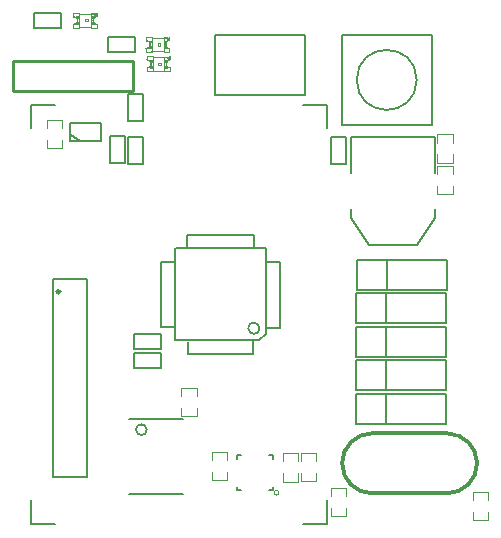
<source format=gto>
G04 (created by PCBNEW (2013-07-07 BZR 4022)-stable) date 9/19/2015 9:10:54 AM*
%MOIN*%
G04 Gerber Fmt 3.4, Leading zero omitted, Abs format*
%FSLAX34Y34*%
G01*
G70*
G90*
G04 APERTURE LIST*
%ADD10C,0.00590551*%
%ADD11C,0.006*%
%ADD12C,0.005*%
%ADD13C,0.008*%
%ADD14C,0.0047*%
%ADD15C,4.72441e-006*%
%ADD16C,0.01*%
%ADD17C,0.0026*%
%ADD18C,0.004*%
%ADD19C,0.002*%
%ADD20C,0.0125*%
%ADD21C,0.012*%
%ADD22C,0.0019685*%
%ADD23C,0.0045*%
%ADD24C,0.003*%
G04 APERTURE END LIST*
G54D10*
G54D11*
X47853Y-40564D02*
X46055Y-40564D01*
X46055Y-38072D02*
X47853Y-38072D01*
X46654Y-38422D02*
G75*
G03X46654Y-38422I-180J0D01*
G74*
G01*
X47124Y-32827D02*
X47574Y-32827D01*
X47124Y-35007D02*
X47564Y-35007D01*
X47124Y-32827D02*
X47124Y-35007D01*
X48004Y-32357D02*
X48004Y-31927D01*
X50214Y-32347D02*
X50214Y-31927D01*
X50224Y-31927D02*
X48004Y-31917D01*
X50204Y-35897D02*
X48034Y-35907D01*
X50634Y-35207D02*
X50634Y-32377D01*
X48024Y-35897D02*
X48024Y-35487D01*
X50384Y-35447D02*
X47604Y-35447D01*
X47584Y-32367D02*
X47584Y-35407D01*
X50634Y-32367D02*
X47634Y-32367D01*
X51084Y-35037D02*
X51084Y-32817D01*
X51084Y-32817D02*
X50634Y-32817D01*
X50630Y-35217D02*
X50400Y-35447D01*
X51082Y-35037D02*
X50630Y-35037D01*
X50204Y-35447D02*
X50204Y-35899D01*
X50411Y-35043D02*
G75*
G03X50411Y-35043I-188J0D01*
G74*
G01*
G54D12*
X55651Y-26763D02*
G75*
G03X55651Y-26763I-1000J0D01*
G74*
G01*
X56151Y-28263D02*
X53151Y-28263D01*
X53151Y-28263D02*
X53151Y-25263D01*
X53151Y-25263D02*
X56151Y-25263D01*
X56151Y-28263D02*
X56151Y-25263D01*
G54D13*
X56272Y-29856D02*
X56272Y-28656D01*
X56272Y-28656D02*
X53472Y-28656D01*
X53472Y-28656D02*
X53472Y-29856D01*
X56272Y-31056D02*
X56272Y-31356D01*
X56272Y-31356D02*
X55672Y-32256D01*
X55672Y-32256D02*
X54072Y-32256D01*
X54072Y-32256D02*
X53472Y-31356D01*
X53472Y-31356D02*
X53472Y-31056D01*
G54D14*
X57521Y-41167D02*
X57521Y-41442D01*
X57521Y-40773D02*
X57521Y-40498D01*
X58033Y-41167D02*
X58033Y-41442D01*
X58033Y-40498D02*
X58033Y-40773D01*
X58027Y-41442D02*
X57527Y-41442D01*
X57527Y-40498D02*
X58027Y-40498D01*
X52797Y-41041D02*
X52797Y-41316D01*
X52797Y-40647D02*
X52797Y-40372D01*
X53309Y-41041D02*
X53309Y-41316D01*
X53309Y-40372D02*
X53309Y-40647D01*
X53303Y-41316D02*
X52803Y-41316D01*
X52803Y-40372D02*
X53303Y-40372D01*
X52301Y-39479D02*
X52301Y-39204D01*
X52301Y-39873D02*
X52301Y-40148D01*
X51789Y-39479D02*
X51789Y-39204D01*
X51789Y-40148D02*
X51789Y-39873D01*
X51795Y-39204D02*
X52295Y-39204D01*
X52295Y-40148D02*
X51795Y-40148D01*
X51694Y-39483D02*
X51694Y-39208D01*
X51694Y-39877D02*
X51694Y-40152D01*
X51182Y-39483D02*
X51182Y-39208D01*
X51182Y-40152D02*
X51182Y-39877D01*
X51188Y-39208D02*
X51688Y-39208D01*
X51688Y-40152D02*
X51188Y-40152D01*
X47808Y-37700D02*
X47808Y-37975D01*
X47808Y-37306D02*
X47808Y-37031D01*
X48320Y-37700D02*
X48320Y-37975D01*
X48320Y-37031D02*
X48320Y-37306D01*
X48314Y-37975D02*
X47814Y-37975D01*
X47814Y-37031D02*
X48314Y-37031D01*
X49336Y-39432D02*
X49336Y-39157D01*
X49336Y-39826D02*
X49336Y-40101D01*
X48824Y-39432D02*
X48824Y-39157D01*
X48824Y-40101D02*
X48824Y-39826D01*
X48830Y-39157D02*
X49330Y-39157D01*
X49330Y-40101D02*
X48830Y-40101D01*
X43332Y-28771D02*
X43332Y-29046D01*
X43332Y-28377D02*
X43332Y-28102D01*
X43844Y-28771D02*
X43844Y-29046D01*
X43844Y-28102D02*
X43844Y-28377D01*
X43838Y-29046D02*
X43338Y-29046D01*
X43338Y-28102D02*
X43838Y-28102D01*
X56340Y-30306D02*
X56340Y-30581D01*
X56340Y-29912D02*
X56340Y-29637D01*
X56852Y-30306D02*
X56852Y-30581D01*
X56852Y-29637D02*
X56852Y-29912D01*
X56846Y-30581D02*
X56346Y-30581D01*
X56346Y-29637D02*
X56846Y-29637D01*
X56340Y-29248D02*
X56340Y-29523D01*
X56340Y-28854D02*
X56340Y-28579D01*
X56852Y-29248D02*
X56852Y-29523D01*
X56852Y-28579D02*
X56852Y-28854D01*
X56846Y-29523D02*
X56346Y-29523D01*
X56346Y-28579D02*
X56846Y-28579D01*
G54D12*
X46523Y-27250D02*
X46523Y-28150D01*
X46523Y-28150D02*
X46023Y-28150D01*
X46023Y-28150D02*
X46023Y-27250D01*
X46023Y-27250D02*
X46523Y-27250D01*
X46223Y-35250D02*
X47123Y-35250D01*
X47123Y-35250D02*
X47123Y-35750D01*
X47123Y-35750D02*
X46223Y-35750D01*
X46223Y-35750D02*
X46223Y-35250D01*
X47141Y-36357D02*
X46241Y-36357D01*
X46241Y-36357D02*
X46241Y-35857D01*
X46241Y-35857D02*
X47141Y-35857D01*
X47141Y-35857D02*
X47141Y-36357D01*
X46515Y-28652D02*
X46515Y-29552D01*
X46515Y-29552D02*
X46015Y-29552D01*
X46015Y-29552D02*
X46015Y-28652D01*
X46015Y-28652D02*
X46515Y-28652D01*
X45925Y-28636D02*
X45925Y-29536D01*
X45925Y-29536D02*
X45425Y-29536D01*
X45425Y-29536D02*
X45425Y-28636D01*
X45425Y-28636D02*
X45925Y-28636D01*
X53303Y-28654D02*
X53303Y-29554D01*
X53303Y-29554D02*
X52803Y-29554D01*
X52803Y-29554D02*
X52803Y-28654D01*
X52803Y-28654D02*
X53303Y-28654D01*
X45355Y-25336D02*
X46255Y-25336D01*
X46255Y-25336D02*
X46255Y-25836D01*
X46255Y-25836D02*
X45355Y-25836D01*
X45355Y-25836D02*
X45355Y-25336D01*
X50860Y-40330D02*
X50860Y-40448D01*
X50860Y-40448D02*
X50742Y-40448D01*
X49797Y-40448D02*
X49679Y-40448D01*
X49797Y-39267D02*
X49679Y-39267D01*
X50860Y-39267D02*
X50742Y-39267D01*
X50860Y-39267D02*
X50860Y-39385D01*
X49679Y-39267D02*
X49679Y-39385D01*
X49679Y-40330D02*
X49679Y-40448D01*
G54D15*
X51057Y-40527D02*
G75*
G03X51057Y-40527I-78J0D01*
G74*
G01*
G54D16*
X42210Y-26129D02*
X46210Y-26129D01*
X42210Y-27129D02*
X46210Y-27129D01*
X46210Y-27129D02*
X46210Y-26129D01*
X42210Y-26129D02*
X42210Y-27129D01*
G54D13*
X51919Y-27267D02*
X48919Y-27267D01*
X48919Y-25267D02*
X51919Y-25267D01*
X51919Y-25267D02*
X51919Y-27267D01*
X48919Y-27267D02*
X48919Y-25267D01*
G54D11*
X53631Y-38235D02*
X53631Y-37235D01*
X53631Y-37235D02*
X56631Y-37235D01*
X56631Y-37235D02*
X56631Y-38235D01*
X56631Y-38235D02*
X53631Y-38235D01*
X54631Y-37235D02*
X54631Y-38235D01*
X53631Y-37102D02*
X53631Y-36102D01*
X53631Y-36102D02*
X56631Y-36102D01*
X56631Y-36102D02*
X56631Y-37102D01*
X56631Y-37102D02*
X53631Y-37102D01*
X54631Y-36102D02*
X54631Y-37102D01*
X53639Y-35987D02*
X53639Y-34987D01*
X53639Y-34987D02*
X56639Y-34987D01*
X56639Y-34987D02*
X56639Y-35987D01*
X56639Y-35987D02*
X53639Y-35987D01*
X54639Y-34987D02*
X54639Y-35987D01*
X53639Y-34873D02*
X53639Y-33873D01*
X53639Y-33873D02*
X56639Y-33873D01*
X56639Y-33873D02*
X56639Y-34873D01*
X56639Y-34873D02*
X53639Y-34873D01*
X54639Y-33873D02*
X54639Y-34873D01*
X53659Y-33763D02*
X53659Y-32763D01*
X53659Y-32763D02*
X56659Y-32763D01*
X56659Y-32763D02*
X56659Y-33763D01*
X56659Y-33763D02*
X53659Y-33763D01*
X54659Y-32763D02*
X54659Y-33763D01*
G54D17*
X47213Y-25696D02*
X47213Y-25824D01*
X47213Y-25824D02*
X47410Y-25824D01*
X47410Y-25696D02*
X47410Y-25824D01*
X47213Y-25696D02*
X47410Y-25696D01*
X47213Y-25451D02*
X47213Y-25510D01*
X47213Y-25510D02*
X47312Y-25510D01*
X47312Y-25451D02*
X47312Y-25510D01*
X47213Y-25451D02*
X47312Y-25451D01*
X47213Y-25646D02*
X47213Y-25705D01*
X47213Y-25705D02*
X47312Y-25705D01*
X47312Y-25646D02*
X47312Y-25705D01*
X47213Y-25646D02*
X47312Y-25646D01*
X47213Y-25500D02*
X47213Y-25656D01*
X47213Y-25656D02*
X47282Y-25656D01*
X47282Y-25500D02*
X47282Y-25656D01*
X47213Y-25500D02*
X47282Y-25500D01*
X46624Y-25696D02*
X46624Y-25824D01*
X46624Y-25824D02*
X46821Y-25824D01*
X46821Y-25696D02*
X46821Y-25824D01*
X46624Y-25696D02*
X46821Y-25696D01*
X46624Y-25332D02*
X46624Y-25460D01*
X46624Y-25460D02*
X46821Y-25460D01*
X46821Y-25332D02*
X46821Y-25460D01*
X46624Y-25332D02*
X46821Y-25332D01*
X46722Y-25646D02*
X46722Y-25705D01*
X46722Y-25705D02*
X46821Y-25705D01*
X46821Y-25646D02*
X46821Y-25705D01*
X46722Y-25646D02*
X46821Y-25646D01*
X46722Y-25451D02*
X46722Y-25510D01*
X46722Y-25510D02*
X46821Y-25510D01*
X46821Y-25451D02*
X46821Y-25510D01*
X46722Y-25451D02*
X46821Y-25451D01*
X46752Y-25500D02*
X46752Y-25656D01*
X46752Y-25656D02*
X46821Y-25656D01*
X46821Y-25500D02*
X46821Y-25656D01*
X46752Y-25500D02*
X46821Y-25500D01*
X47017Y-25539D02*
X47017Y-25617D01*
X47017Y-25617D02*
X47095Y-25617D01*
X47095Y-25539D02*
X47095Y-25617D01*
X47017Y-25539D02*
X47095Y-25539D01*
X47213Y-25342D02*
X47213Y-25460D01*
X47213Y-25460D02*
X47331Y-25460D01*
X47331Y-25342D02*
X47331Y-25460D01*
X47213Y-25342D02*
X47331Y-25342D01*
X47381Y-25332D02*
X47381Y-25421D01*
X47381Y-25421D02*
X47410Y-25421D01*
X47410Y-25332D02*
X47410Y-25421D01*
X47381Y-25332D02*
X47410Y-25332D01*
G54D18*
X47223Y-25804D02*
X46811Y-25804D01*
X46821Y-25352D02*
X47381Y-25352D01*
G54D19*
X47380Y-25401D02*
G75*
G03X47380Y-25401I-28J0D01*
G74*
G01*
G54D18*
X47410Y-25441D02*
G75*
G03X47410Y-25715I0J-137D01*
G74*
G01*
X46624Y-25715D02*
G75*
G03X46624Y-25441I0J137D01*
G74*
G01*
G54D17*
X47241Y-26346D02*
X47241Y-26474D01*
X47241Y-26474D02*
X47438Y-26474D01*
X47438Y-26346D02*
X47438Y-26474D01*
X47241Y-26346D02*
X47438Y-26346D01*
X47241Y-26101D02*
X47241Y-26160D01*
X47241Y-26160D02*
X47340Y-26160D01*
X47340Y-26101D02*
X47340Y-26160D01*
X47241Y-26101D02*
X47340Y-26101D01*
X47241Y-26296D02*
X47241Y-26355D01*
X47241Y-26355D02*
X47340Y-26355D01*
X47340Y-26296D02*
X47340Y-26355D01*
X47241Y-26296D02*
X47340Y-26296D01*
X47241Y-26150D02*
X47241Y-26306D01*
X47241Y-26306D02*
X47310Y-26306D01*
X47310Y-26150D02*
X47310Y-26306D01*
X47241Y-26150D02*
X47310Y-26150D01*
X46652Y-26346D02*
X46652Y-26474D01*
X46652Y-26474D02*
X46849Y-26474D01*
X46849Y-26346D02*
X46849Y-26474D01*
X46652Y-26346D02*
X46849Y-26346D01*
X46652Y-25982D02*
X46652Y-26110D01*
X46652Y-26110D02*
X46849Y-26110D01*
X46849Y-25982D02*
X46849Y-26110D01*
X46652Y-25982D02*
X46849Y-25982D01*
X46750Y-26296D02*
X46750Y-26355D01*
X46750Y-26355D02*
X46849Y-26355D01*
X46849Y-26296D02*
X46849Y-26355D01*
X46750Y-26296D02*
X46849Y-26296D01*
X46750Y-26101D02*
X46750Y-26160D01*
X46750Y-26160D02*
X46849Y-26160D01*
X46849Y-26101D02*
X46849Y-26160D01*
X46750Y-26101D02*
X46849Y-26101D01*
X46780Y-26150D02*
X46780Y-26306D01*
X46780Y-26306D02*
X46849Y-26306D01*
X46849Y-26150D02*
X46849Y-26306D01*
X46780Y-26150D02*
X46849Y-26150D01*
X47045Y-26189D02*
X47045Y-26267D01*
X47045Y-26267D02*
X47123Y-26267D01*
X47123Y-26189D02*
X47123Y-26267D01*
X47045Y-26189D02*
X47123Y-26189D01*
X47241Y-25992D02*
X47241Y-26110D01*
X47241Y-26110D02*
X47359Y-26110D01*
X47359Y-25992D02*
X47359Y-26110D01*
X47241Y-25992D02*
X47359Y-25992D01*
X47409Y-25982D02*
X47409Y-26071D01*
X47409Y-26071D02*
X47438Y-26071D01*
X47438Y-25982D02*
X47438Y-26071D01*
X47409Y-25982D02*
X47438Y-25982D01*
G54D18*
X47251Y-26454D02*
X46839Y-26454D01*
X46849Y-26002D02*
X47409Y-26002D01*
G54D19*
X47407Y-26051D02*
G75*
G03X47407Y-26051I-28J0D01*
G74*
G01*
G54D18*
X47438Y-26091D02*
G75*
G03X47438Y-26365I0J-137D01*
G74*
G01*
X46652Y-26365D02*
G75*
G03X46652Y-26091I0J137D01*
G74*
G01*
G54D20*
X54165Y-40544D02*
X56665Y-40544D01*
X54165Y-38544D02*
X56665Y-38544D01*
X57665Y-39544D02*
G75*
G03X56665Y-38544I-1000J0D01*
G74*
G01*
X56665Y-40544D02*
G75*
G03X57665Y-39544I0J1000D01*
G74*
G01*
X54165Y-38544D02*
G75*
G03X53165Y-39544I0J-1000D01*
G74*
G01*
X53165Y-39544D02*
G75*
G03X54165Y-40544I1000J0D01*
G74*
G01*
G54D13*
X43537Y-40004D02*
X43537Y-33389D01*
X43537Y-33389D02*
X44671Y-33389D01*
X44671Y-33389D02*
X44671Y-40004D01*
X44671Y-40004D02*
X43537Y-40004D01*
X42805Y-27590D02*
X43592Y-27590D01*
X51860Y-27590D02*
X52647Y-27590D01*
X52647Y-27590D02*
X52647Y-28378D01*
X52647Y-40779D02*
X52647Y-41566D01*
X52647Y-41566D02*
X51860Y-41566D01*
X43592Y-41566D02*
X42805Y-41566D01*
X42805Y-41566D02*
X42805Y-40779D01*
X42805Y-28378D02*
X42805Y-27590D01*
G54D21*
X43749Y-33822D02*
G75*
G03X43749Y-33822I-39J0D01*
G74*
G01*
G54D12*
X44424Y-28811D02*
X44124Y-28611D01*
X45124Y-28811D02*
X44099Y-28811D01*
X44099Y-28811D02*
X44099Y-28211D01*
X44099Y-28211D02*
X45124Y-28211D01*
X45124Y-28211D02*
X45124Y-28811D01*
X42903Y-24536D02*
X43803Y-24536D01*
X43803Y-24536D02*
X43803Y-25036D01*
X43803Y-25036D02*
X42903Y-25036D01*
X42903Y-25036D02*
X42903Y-24536D01*
G54D17*
X44800Y-24895D02*
X44800Y-25023D01*
X44800Y-25023D02*
X44997Y-25023D01*
X44997Y-24895D02*
X44997Y-25023D01*
X44800Y-24895D02*
X44997Y-24895D01*
X44800Y-24650D02*
X44800Y-24709D01*
X44800Y-24709D02*
X44899Y-24709D01*
X44899Y-24650D02*
X44899Y-24709D01*
X44800Y-24650D02*
X44899Y-24650D01*
X44800Y-24845D02*
X44800Y-24904D01*
X44800Y-24904D02*
X44899Y-24904D01*
X44899Y-24845D02*
X44899Y-24904D01*
X44800Y-24845D02*
X44899Y-24845D01*
X44800Y-24699D02*
X44800Y-24855D01*
X44800Y-24855D02*
X44869Y-24855D01*
X44869Y-24699D02*
X44869Y-24855D01*
X44800Y-24699D02*
X44869Y-24699D01*
X44211Y-24895D02*
X44211Y-25023D01*
X44211Y-25023D02*
X44408Y-25023D01*
X44408Y-24895D02*
X44408Y-25023D01*
X44211Y-24895D02*
X44408Y-24895D01*
X44211Y-24531D02*
X44211Y-24659D01*
X44211Y-24659D02*
X44408Y-24659D01*
X44408Y-24531D02*
X44408Y-24659D01*
X44211Y-24531D02*
X44408Y-24531D01*
X44309Y-24845D02*
X44309Y-24904D01*
X44309Y-24904D02*
X44408Y-24904D01*
X44408Y-24845D02*
X44408Y-24904D01*
X44309Y-24845D02*
X44408Y-24845D01*
X44309Y-24650D02*
X44309Y-24709D01*
X44309Y-24709D02*
X44408Y-24709D01*
X44408Y-24650D02*
X44408Y-24709D01*
X44309Y-24650D02*
X44408Y-24650D01*
X44339Y-24699D02*
X44339Y-24855D01*
X44339Y-24855D02*
X44408Y-24855D01*
X44408Y-24699D02*
X44408Y-24855D01*
X44339Y-24699D02*
X44408Y-24699D01*
X44604Y-24738D02*
X44604Y-24816D01*
X44604Y-24816D02*
X44682Y-24816D01*
X44682Y-24738D02*
X44682Y-24816D01*
X44604Y-24738D02*
X44682Y-24738D01*
X44800Y-24541D02*
X44800Y-24659D01*
X44800Y-24659D02*
X44918Y-24659D01*
X44918Y-24541D02*
X44918Y-24659D01*
X44800Y-24541D02*
X44918Y-24541D01*
X44968Y-24531D02*
X44968Y-24620D01*
X44968Y-24620D02*
X44997Y-24620D01*
X44997Y-24531D02*
X44997Y-24620D01*
X44968Y-24531D02*
X44997Y-24531D01*
G54D18*
X44810Y-25003D02*
X44398Y-25003D01*
X44408Y-24551D02*
X44968Y-24551D01*
G54D19*
X44966Y-24600D02*
G75*
G03X44966Y-24600I-28J0D01*
G74*
G01*
G54D18*
X44997Y-24640D02*
G75*
G03X44997Y-24914I0J-137D01*
G74*
G01*
X44211Y-24914D02*
G75*
G03X44211Y-24640I0J137D01*
G74*
G01*
G54D22*
G54D13*
G54D23*
G54D22*
G54D12*
G54D21*
G54D24*
G54D12*
M02*

</source>
